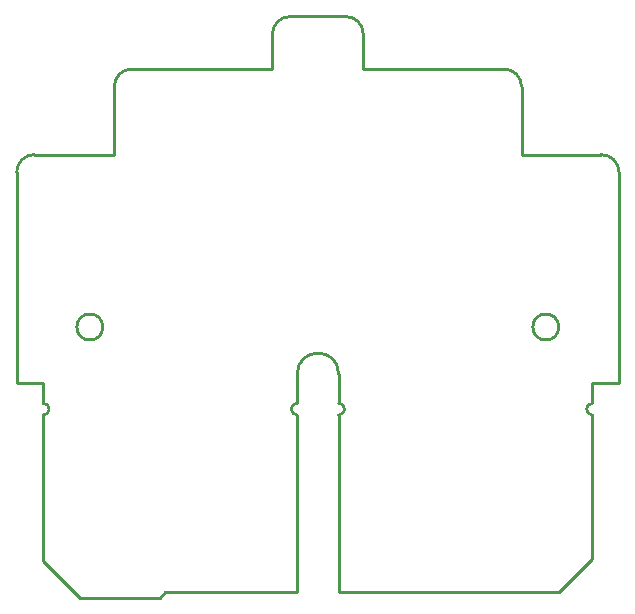
<source format=gbr>
%TF.GenerationSoftware,Altium Limited,Altium Designer,21.6.4 (81)*%
G04 Layer_Color=16711935*
%FSLAX43Y43*%
%MOMM*%
%TF.SameCoordinates,1CE7F002-25C6-4FEA-A4B7-191A7A1919B5*%
%TF.FilePolarity,Positive*%
%TF.FileFunction,Keep-out,Top*%
%TF.Part,Single*%
G01*
G75*
%TA.AperFunction,NonConductor*%
%ADD42C,0.254*%
D42*
X48750Y16000D02*
G03*
X48750Y15000I0J-500D01*
G01*
X27260D02*
G03*
X27260Y16000I0J500D01*
G01*
X23760D02*
G03*
X23760Y15000I0J-500D01*
G01*
X2250D02*
G03*
X2250Y16000I0J500D01*
G01*
X42752Y42800D02*
G03*
X41252Y44300I-1500J0D01*
G01*
X29352Y47250D02*
G03*
X27852Y48750I-1500J0D01*
G01*
X9760Y44302D02*
G03*
X8260Y42802I0J-1500D01*
G01*
X23150Y48742D02*
G03*
X21650Y47242I0J-1500D01*
G01*
X51002Y35550D02*
G03*
X49502Y37050I-1500J0D01*
G01*
X1500Y37052D02*
G03*
X0Y35552I0J-1500D01*
G01*
X45900Y22452D02*
G03*
X45900Y22452I-1100J0D01*
G01*
X7300D02*
G03*
X7300Y22452I-1100J0D01*
G01*
X27260Y18490D02*
G03*
X23760Y18490I-1750J0D01*
G01*
X48750Y16000D02*
Y17752D01*
Y2802D02*
Y15000D01*
X27260Y2D02*
X45950D01*
X27260D02*
Y15000D01*
X27260Y16000D02*
Y18490D01*
X23760Y12D02*
Y15000D01*
Y16000D02*
Y18490D01*
X2250Y2610D02*
Y15000D01*
X2250Y16000D02*
Y17752D01*
X19075Y2D02*
X23750D01*
X5340Y-480D02*
X12110D01*
X12592Y2D01*
X45950D02*
X48750Y2802D01*
Y17752D02*
X51000D01*
Y35552D01*
X42750Y37052D02*
X49500D01*
X42750D02*
Y42802D01*
X29370Y44302D02*
X41250D01*
X29350D02*
Y47252D01*
X23150Y48752D02*
X27850D01*
X21650Y44302D02*
Y47252D01*
X9750Y44302D02*
X21650D01*
X8250Y37052D02*
Y42802D01*
X0Y17752D02*
X2250D01*
Y2610D02*
X5340Y-480D01*
X12592Y2D02*
X19075D01*
X1500Y37052D02*
X8250D01*
X0Y17777D02*
Y35552D01*
%TF.MD5,f37ea3a524890604ee05bd37f165ebf0*%
M02*

</source>
